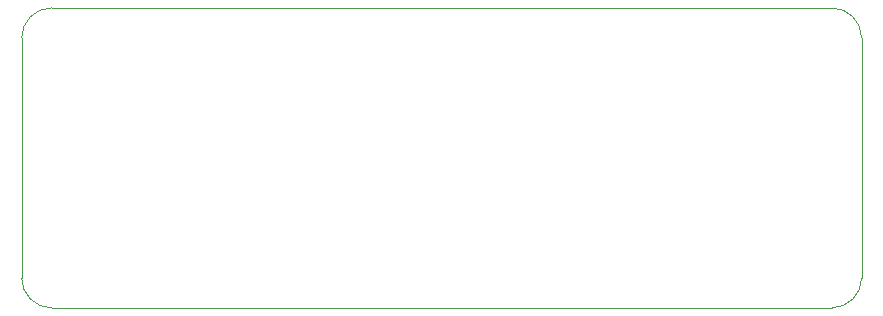
<source format=gbr>
%TF.GenerationSoftware,KiCad,Pcbnew,7.0.5*%
%TF.CreationDate,2024-09-17T16:51:36-04:00*%
%TF.ProjectId,8_bit_logic_analyzer_rev_2,385f6269-745f-46c6-9f67-69635f616e61,rev?*%
%TF.SameCoordinates,Original*%
%TF.FileFunction,Profile,NP*%
%FSLAX46Y46*%
G04 Gerber Fmt 4.6, Leading zero omitted, Abs format (unit mm)*
G04 Created by KiCad (PCBNEW 7.0.5) date 2024-09-17 16:51:36*
%MOMM*%
%LPD*%
G01*
G04 APERTURE LIST*
%TA.AperFunction,Profile*%
%ADD10C,0.100000*%
%TD*%
G04 APERTURE END LIST*
D10*
X85090000Y-19050000D02*
G75*
G03*
X82550000Y-16510000I-2540000J0D01*
G01*
X16510000Y-41910000D02*
X82550000Y-41910000D01*
X16510000Y-16510000D02*
G75*
G03*
X13970000Y-19050000I0J-2540000D01*
G01*
X13970000Y-39370000D02*
G75*
G03*
X16510000Y-41910000I2540000J0D01*
G01*
X82550000Y-41910000D02*
G75*
G03*
X85090000Y-39370000I0J2540000D01*
G01*
X82550000Y-16510000D02*
X16510000Y-16510000D01*
X85090000Y-19050000D02*
X85090000Y-39370000D01*
X13970000Y-19050000D02*
X13970000Y-39370000D01*
M02*

</source>
